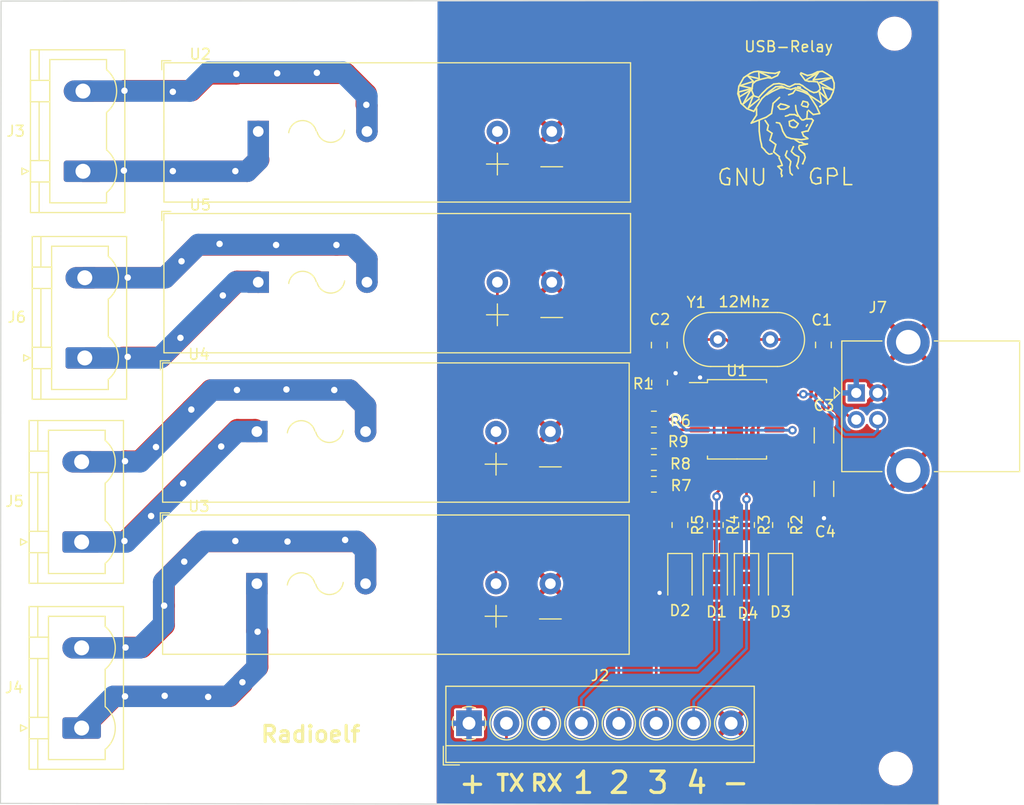
<source format=kicad_pcb>
(kicad_pcb (version 20221018) (generator pcbnew)
  (layers (0 "F.Cu" signal) (31 "B.Cu" signal) (34 "B.Paste" user) (35 "F.Paste" user) (36 "B.SilkS" user "B.Silkscreen") (37 "F.SilkS" user "F.Silkscreen") (38 "B.Mask" user) (39 "F.Mask" user) (44 "Edge.Cuts" user))
  (net 0 "")
  (net 1 "Net-(U1-OSC2)")
  (net 2 "GND")
  (net 3 "Net-(U1-OSC1)")
  (net 4 "Net-(U1-V_USB)")
  (net 5 "+5V")
  (net 6 "Net-(D1-K)")
  (net 7 "Net-(D2-K)")
  (net 8 "Net-(D3-K)")
  (net 9 "Net-(D4-K)")
  (net 10 "Net-(J2-Pin_2)")
  (net 11 "Net-(J2-Pin_3)")
  (net 12 "Net-(J2-Pin_4)")
  (net 13 "Net-(J2-Pin_5)")
  (net 14 "Net-(J2-Pin_6)")
  (net 15 "Net-(J2-Pin_7)")
  (net 16 "Net-(J3-Pin_1)")
  (net 17 "Net-(J3-Pin_2)")
  (net 18 "Net-(J4-Pin_1)")
  (net 19 "Net-(J4-Pin_2)")
  (net 20 "Net-(J5-Pin_1)")
  (net 21 "Net-(J5-Pin_2)")
  (net 22 "Net-(J6-Pin_1)")
  (net 23 "Net-(J6-Pin_2)")
  (net 24 "Net-(U1-RST)")
  (net 25 "Net-(U1-GP5)")
  (net 26 "Net-(U1-GP4)")
  (net 27 "Net-(J7-D-)")
  (net 30 "Net-(U1-GP2)")
  (net 31 "Net-(J7-D+)")
  (net 32 "Net-(R7-Pad2)")
  (net 33 "Net-(R8-Pad1)")
  (net 34 "Net-(R9-Pad1)")
  (net 35 "Net-(R6-Pad1)")
  (net 36 "Net-(U1-GP3)")
  (footprint "Capacitor_SMD:C_1206_3216Metric" (layer "F.Cu") (at 208.28 98.855 -90)
    (fp_text reference "C4" (at 4.015 -0.127 -180) (layer "F.SilkS"))
    (fp_text value "100nF")
    (pad "1" smd roundrect (at -1.475 0 270) (size 1.15 1.8) (layers "F.Cu" "F.Paste" "F.Mask") (roundrect_rratio 0.2173913043) (net 2 "GND"))
    (pad "2" smd roundrect (at 1.475 0 270) (size 1.15 1.8) (layers "F.Cu" "F.Paste" "F.Mask") (roundrect_rratio 0.2173913043) (net 5 "+5V"))
  )
  (footprint "Connector_Phoenix_GMSTB:PhoenixContact_GMSTBVA_2,5_2-G_1x02_P7.50mm_Vertical" (layer "F.Cu") (at 138.8985 121.225 90)
    (fp_text reference "J4" (at 3.7754 -6.3105 180) (layer "F.SilkS"))
    (fp_text value "Conn_01x02")
    (pad "1" thru_hole roundrect (at 0 0 90) (size 2 3.6) (drill 1.4) (layers *.Cu *.Mask) (roundrect_rratio 0.125) (net 18 "Net-(J4-Pin_1)"))
    (pad "2" thru_hole oval (at 7.5 0 90) (size 2 3.6) (drill 1.4) (layers *.Cu *.Mask) (net 19 "Net-(J4-Pin_2)"))
  )
  (footprint "Connector_USB:USB_B_Lumberg_2411_02_Horizontal" (layer "F.Cu") (at 211.2969 89.8852)
    (fp_text reference "J7" (at 2.0123 -7.9956) (layer "F.SilkS"))
    (fp_text value "USB_B")
    (pad "1" thru_hole rect (at 0 0 90) (size 1.6 1.6) (drill 0.95) (layers *.Cu *.Mask) (net 5 "+5V"))
    (pad "2" thru_hole circle (at 0 2.5 90) (size 1.6 1.6) (drill 0.95) (layers *.Cu *.Mask) (net 27 "Net-(J7-D-)"))
    (pad "3" thru_hole circle (at 2 2.5 90) (size 1.6 1.6) (drill 0.95) (layers *.Cu *.Mask) (net 31 "Net-(J7-D+)"))
    (pad "4" thru_hole circle (at 2 0 90) (size 1.6 1.6) (drill 0.95) (layers *.Cu *.Mask) (net 2 "GND"))
    (pad "5" thru_hole circle (at 4.86 -4.75 90) (size 4 4) (drill 2.3) (layers *.Cu *.Mask) (net 2 "GND"))
    (pad "5" thru_hole circle (at 4.86 7.25 90) (size 4 4) (drill 2.3) (layers *.Cu *.Mask) (net 2 "GND"))
  )
  (footprint "Symbol:Symbol_GNU-Logo_SilkscreenTop" (layer "F.Cu") (at 204.978 63.5508)
    (fp_text reference "USB-Relay" (at 0 -6.05028) (layer "F.SilkS"))
    (fp_text value "Symbol_GNU-Logo_SilkscreenTop" hide)
  )
  (footprint "Resistor_SMD:R_0805_2012Metric" (layer "F.Cu") (at 192.3815 92.329)
    (fp_text reference "R6" (at 2.4873 0.1778) (layer "F.SilkS"))
    (fp_text value "33R")
    (pad "1" smd roundrect (at -0.9125 0) (size 1.025 1.4) (layers "F.Cu" "F.Paste" "F.Mask") (roundrect_rratio 0.243902439) (net 35 "Net-(R6-Pad1)"))
    (pad "2" smd roundrect (at 0.9125 0) (size 1.025 1.4) (layers "F.Cu" "F.Paste" "F.Mask") (roundrect_rratio 0.243902439) (net 30 "Net-(U1-GP2)"))
  )
  (footprint "Resistor_SMD:R_0805_2012Metric" (layer "F.Cu") (at 192.913 88.9235 -90)
    (fp_text reference "R1" (at 0.1035 1.524 -180) (layer "F.SilkS"))
    (fp_text value "4k7")
    (pad "1" smd roundrect (at -0.9125 0 270) (size 1.025 1.4) (layers "F.Cu" "F.Paste" "F.Mask") (roundrect_rratio 0.243902439) (net 5 "+5V"))
    (pad "2" smd roundrect (at 0.9125 0 270) (size 1.025 1.4) (layers "F.Cu" "F.Paste" "F.Mask") (roundrect_rratio 0.243902439) (net 24 "Net-(U1-RST)"))
  )
  (footprint "MountingHole:MountingHole_2.7mm" (layer "F.Cu") (at 214.884 56.2864)
    (fp_text reference "REF**" hide)
    (fp_text value "2.7mm" hide)
    (pad "" np_thru_hole circle (at 0 0) (size 2.7 2.7) (drill 2.7) (layers *.Cu *.Mask))
  )
  (footprint "Resistor_SMD:R_0805_2012Metric" (layer "F.Cu") (at 192.3815 96.393)
    (fp_text reference "R8" (at 2.4873 0.127) (layer "F.SilkS"))
    (fp_text value "33R")
    (pad "1" smd roundrect (at -0.9125 0) (size 1.025 1.4) (layers "F.Cu" "F.Paste" "F.Mask") (roundrect_rratio 0.243902439) (net 33 "Net-(R8-Pad1)"))
    (pad "2" smd roundrect (at 0.9125 0) (size 1.025 1.4) (layers "F.Cu" "F.Paste" "F.Mask") (roundrect_rratio 0.243902439) (net 26 "Net-(U1-GP4)"))
  )
  (footprint "Relay_THT:Relay_SSR_D3805HK" (layer "F.Cu") (at 147.7835 74.9565)
    (fp_text reference "U5" (at 2.2 -2.65) (layer "F.SilkS"))
    (fp_text value "D3805HK 5A")
    (pad "1" thru_hole rect (at 7.62 4.572) (size 2 2) (drill 1) (layers *.Cu *.Mask) (net 22 "Net-(J6-Pin_1)"))
    (pad "2" thru_hole circle (at 17.78 4.572) (size 2 2) (drill 1) (layers *.Cu *.Mask) (net 23 "Net-(J6-Pin_2)"))
    (pad "3" thru_hole circle (at 29.972 4.572) (size 2 2) (drill 1) (layers *.Cu *.Mask) (net 34 "Net-(R9-Pad1)"))
    (pad "4" thru_hole circle (at 35.052 4.572) (size 2 2) (drill 1) (layers *.Cu *.Mask) (net 2 "GND"))
  )
  (footprint "Capacitor_SMD:C_0805_2012Metric" (layer "F.Cu") (at 192.8876 85.41 -90)
    (fp_text reference "C2" (at -2.4028 -0.0508 -180) (layer "F.SilkS"))
    (fp_text value "18pF")
    (pad "1" smd roundrect (at -0.95 0 270) (size 1 1.45) (layers "F.Cu" "F.Paste" "F.Mask") (net 3 "Net-(U1-OSC1)"))
    (pad "2" smd roundrect (at 0.95 0 270) (size 1 1.45) (layers "F.Cu" "F.Paste" "F.Mask") (net 2 "GND"))
  )
  (footprint "Capacitor_SMD:C_0805_2012Metric" (layer "F.Cu") (at 208.2292 85.3948 -90)
    (fp_text reference "C1" (at -2.3368 0.1524 -180) (layer "F.SilkS"))
    (fp_text value "18pF")
    (pad "1" smd roundrect (at -0.95 0 270) (size 1 1.45) (layers "F.Cu" "F.Paste" "F.Mask") (net 1 "Net-(U1-OSC2)"))
    (pad "2" smd roundrect (at 0.95 0 270) (size 1 1.45) (layers "F.Cu" "F.Paste" "F.Mask") (net 2 "GND"))
  )
  (footprint "LED_SMD:LED_1206_3216Metric" (layer "F.Cu") (at 201.041 107.185 -90)
    (fp_text reference "D4" (at 3.305 -0.127 -180) (layer "F.SilkS"))
    (fp_text value "LED")
    (pad "1" smd roundrect (at -1.4 0 270) (size 1.25 1.75) (layers "F.Cu" "F.Paste" "F.Mask") (roundrect_rratio 0.2) (net 9 "Net-(D4-K)"))
    (pad "2" smd roundrect (at 1.4 0 270) (size 1.25 1.75) (layers "F.Cu" "F.Paste" "F.Mask") (roundrect_rratio 0.2) (net 5 "+5V"))
  )
  (footprint "LED_SMD:LED_1206_3216Metric" (layer "F.Cu") (at 194.818 107.188 -90)
    (fp_text reference "D2" (at 3.048 0 -180) (layer "F.SilkS"))
    (fp_text value "LED")
    (pad "1" smd roundrect (at -1.4 0 270) (size 1.25 1.75) (layers "F.Cu" "F.Paste" "F.Mask") (roundrect_rratio 0.2) (net 7 "Net-(D2-K)"))
    (pad "2" smd roundrect (at 1.4 0 270) (size 1.25 1.75) (layers "F.Cu" "F.Paste" "F.Mask") (roundrect_rratio 0.2) (net 5 "+5V"))
  )
  (footprint "LED_SMD:LED_1206_3216Metric" (layer "F.Cu") (at 204.216 107.185 -90)
    (fp_text reference "D3" (at 3.178 0 -180) (layer "F.SilkS"))
    (fp_text value "LED")
    (pad "1" smd roundrect (at -1.4 0 270) (size 1.25 1.75) (layers "F.Cu" "F.Paste" "F.Mask") (roundrect_rratio 0.2) (net 8 "Net-(D3-K)"))
    (pad "2" smd roundrect (at 1.4 0 270) (size 1.25 1.75) (layers "F.Cu" "F.Paste" "F.Mask") (roundrect_rratio 0.2) (net 5 "+5V"))
  )
  (footprint "Resistor_SMD:R_0805_2012Metric" (layer "F.Cu") (at 198.12 102.235 -90)
    (fp_text reference "R4" (at 0 -1.65 90) (layer "F.SilkS"))
    (fp_text value "470R")
    (pad "1" smd roundrect (at -0.9125 0 270) (size 1.025 1.4) (layers "F.Cu" "F.Paste" "F.Mask") (roundrect_rratio 0.243902439) (net 12 "Net-(J2-Pin_4)"))
    (pad "2" smd roundrect (at 0.9125 0 270) (size 1.025 1.4) (layers "F.Cu" "F.Paste" "F.Mask") (roundrect_rratio 0.243902439) (net 6 "Net-(D1-K)"))
  )
  (footprint "Resistor_SMD:R_0805_2012Metric" (layer "F.Cu") (at 204.216 102.235 90)
    (fp_text reference "R2" (at 0 1.524 90) (layer "F.SilkS"))
    (fp_text value "470R")
    (pad "1" smd roundrect (at -0.9125 0 90) (size 1.025 1.4) (layers "F.Cu" "F.Paste" "F.Mask") (roundrect_rratio 0.243902439) (net 8 "Net-(D3-K)"))
    (pad "2" smd roundrect (at 0.9125 0 90) (size 1.025 1.4) (layers "F.Cu" "F.Paste" "F.Mask") (roundrect_rratio 0.243902439) (net 14 "Net-(J2-Pin_6)"))
  )
  (footprint "Relay_THT:Relay_SSR_D3805HK" (layer "F.Cu") (at 147.6565 88.9265)
    (fp_text reference "U4" (at 2.2 -2.65) (layer "F.SilkS"))
    (fp_text value "D3805HK 5A")
    (pad "1" thru_hole rect (at 7.62 4.572) (size 2 2) (drill 1) (layers *.Cu *.Mask) (net 20 "Net-(J5-Pin_1)"))
    (pad "2" thru_hole circle (at 17.78 4.572) (size 2 2) (drill 1) (layers *.Cu *.Mask) (net 21 "Net-(J5-Pin_2)"))
    (pad "3" thru_hole circle (at 29.972 4.572) (size 2 2) (drill 1) (layers *.Cu *.Mask) (net 33 "Net-(R8-Pad1)"))
    (pad "4" thru_hole circle (at 35.052 4.572) (size 2 2) (drill 1) (layers *.Cu *.Mask) (net 2 "GND"))
  )
  (footprint "Relay_THT:Relay_SSR_D3805HK" (layer "F.Cu") (at 147.7835 60.8595)
    (fp_text reference "U2" (at 2.2 -2.65) (layer "F.SilkS"))
    (fp_text value "D3805HK 5A")
    (pad "1" thru_hole rect (at 7.62 4.572) (size 2 2) (drill 1) (layers *.Cu *.Mask) (net 16 "Net-(J3-Pin_1)"))
    (pad "2" thru_hole circle (at 17.78 4.572) (size 2 2) (drill 1) (layers *.Cu *.Mask) (net 17 "Net-(J3-Pin_2)"))
    (pad "3" thru_hole circle (at 29.972 4.572) (size 2 2) (drill 1) (layers *.Cu *.Mask) (net 35 "Net-(R6-Pad1)"))
    (pad "4" thru_hole circle (at 35.052 4.572) (size 2 2) (drill 1) (layers *.Cu *.Mask) (net 2 "GND"))
  )
  (footprint "Connector_Phoenix_GMSTB:PhoenixContact_GMSTBVA_2,5_2-G_1x02_P7.50mm_Vertical" (layer "F.Cu") (at 138.8985 103.826 90)
    (fp_text reference "J5" (at 3.8008 -6.2597 180) (layer "F.SilkS"))
    (fp_text value "Conn_01x02")
    (pad "1" thru_hole roundrect (at 0 0 90) (size 2 3.6) (drill 1.4) (layers *.Cu *.Mask) (roundrect_rratio 0.125) (net 20 "Net-(J5-Pin_1)"))
    (pad "2" thru_hole oval (at 7.5 0 90) (size 2 3.6) (drill 1.4) (layers *.Cu *.Mask) (net 21 "Net-(J5-Pin_2)"))
  )
  (footprint "Connector_Phoenix_GMSTB:PhoenixContact_GMSTBVA_2,5_2-G_1x02_P7.50mm_Vertical" (layer "F.Cu") (at 139.192 86.614 90)
    (fp_text reference "J6" (at 3.81 -6.35 180) (layer "F.SilkS"))
    (fp_text value "Conn_01x02")
    (pad "1" thru_hole roundrect (at 0 0 90) (size 2 3.6) (drill 1.4) (layers *.Cu *.Mask) (roundrect_rratio 0.125) (net 22 "Net-(J6-Pin_1)"))
    (pad "2" thru_hole oval (at 7.5 0 90) (size 2 3.6) (drill 1.4) (layers *.Cu *.Mask) (net 23 "Net-(J6-Pin_2)"))
  )
  (footprint "Relay_THT:Relay_SSR_D3805HK" (layer "F.Cu") (at 147.6565 103.1505)
    (fp_text reference "U3" (at 2.2 -2.65) (layer "F.SilkS"))
    (fp_text value "D3805HK 5A")
    (pad "1" thru_hole rect (at 7.62 4.572) (size 2 2) (drill 1) (layers *.Cu *.Mask) (net 18 "Net-(J4-Pin_1)"))
    (pad "2" thru_hole circle (at 17.78 4.572) (size 2 2) (drill 1) (layers *.Cu *.Mask) (net 19 "Net-(J4-Pin_2)"))
    (pad "3" thru_hole circle (at 29.972 4.572) (size 2 2) (drill 1) (layers *.Cu *.Mask) (net 32 "Net-(R7-Pad2)"))
    (pad "4" thru_hole circle (at 35.052 4.572) (size 2 2) (drill 1) (layers *.Cu *.Mask) (net 2 "GND"))
  )
  (footprint "MountingHole:MountingHole_2.7mm" (layer "F.Cu") (at 146.2024 124.9172)
    (fp_text reference "REF**" hide)
    (fp_text value "2.7mm" hide)
    (pad "" np_thru_hole circle (at 0 0) (size 2.7 2.7) (drill 2.7) (layers F&B.Cu *.Mask))
  )
  (footprint "MountingHole:MountingHole_2.7mm" (layer "F.Cu") (at 214.9856 125.0188)
    (fp_text reference "REF**" hide)
    (fp_text value "2.7mm" hide)
    (pad "" np_thru_hole circle (at 0 0) (size 2.7 2.7) (drill 2.7) (layers *.Cu *.Mask))
  )
  (footprint "MountingHole:MountingHole_2.7mm" (layer "F.Cu") (at 146.1008 56.1848)
    (fp_text reference "REF**" hide)
    (fp_text value "2.7mm" hide)
    (pad "" np_thru_hole circle (at 0 0) (size 2.7 2.7) (drill 2.7) (layers F&B.Cu *.Mask))
  )
  (footprint "Capacitor_SMD:C_1206_3216Metric" (layer "F.Cu") (at 208.28 93.853 90)
    (fp_text reference "C3" (at 2.794 0 180) (layer "F.SilkS"))
    (fp_text value "470nF")
    (pad "1" smd roundrect (at -1.475 0 90) (size 1.15 1.8) (layers "F.Cu" "F.Paste" "F.Mask") (roundrect_rratio 0.2173913043) (net 2 "GND"))
    (pad "2" smd roundrect (at 1.475 0 90) (size 1.15 1.8) (layers "F.Cu" "F.Paste" "F.Mask") (roundrect_rratio 0.2173913043) (net 4 "Net-(U1-V_USB)"))
  )
  (footprint "Package_SO:SSOP-20_5.3x7.2mm_P0.65mm" (layer "F.Cu") (at 200.152 92.3544)
    (fp_text reference "U1" (at 0 -4.55) (layer "F.SilkS"))
    (fp_text value "MCP2200-I-SO")
    (pad "1" smd roundrect (at -3.5 -2.925) (size 1.9 0.5) (layers "F.Cu" "F.Paste" "F.Mask") (net 5 "+5V"))
    (pad "2" smd roundrect (at -3.5 -2.275) (size 1.9 0.5) (layers "F.Cu" "F.Paste" "F.Mask") (net 3 "Net-(U1-OSC1)"))
    (pad "3" smd roundrect (at -3.5 -1.625) (size 1.9 0.5) (layers "F.Cu" "F.Paste" "F.Mask") (net 1 "Net-(U1-OSC2)"))
    (pad "4" smd roundrect (at -3.5 -0.975) (size 1.9 0.5) (layers "F.Cu" "F.Paste" "F.Mask") (net 24 "Net-(U1-RST)"))
    (pad "5" smd roundrect (at -3.5 -0.325) (size 1.9 0.5) (layers "F.Cu" "F.Paste" "F.Mask") (net 12 "Net-(J2-Pin_4)"))
    (pad "6" smd roundrect (at -3.5 0.325) (size 1.9 0.5) (layers "F.Cu" "F.Paste" "F.Mask") (net 13 "Net-(J2-Pin_5)"))
    (pad "7" smd roundrect (at -3.5 0.975) (size 1.9 0.5) (layers "F.Cu" "F.Paste" "F.Mask") (net 25 "Net-(U1-GP5)"))
    (pad "8" smd roundrect (at -3.5 1.625) (size 1.9 0.5) (layers "F.Cu" "F.Paste" "F.Mask") (net 26 "Net-(U1-GP4)"))
    (pad "9" smd roundrect (at -3.5 2.275) (size 1.9 0.5) (layers "F.Cu" "F.Paste" "F.Mask") (net 36 "Net-(U1-GP3)"))
    (pad "10" smd roundrect (at -3.5 2.925) (size 1.9 0.5) (layers "F.Cu" "F.Paste" "F.Mask") (net 11 "Net-(J2-Pin_3)"))
    (pad "11" smd roundrect (at 3.5 2.925) (size 1.9 0.5) (layers "F.Cu" "F.Paste" "F.Mask"))
    (pad "12" smd roundrect (at 3.5 2.275) (size 1.9 0.5) (layers "F.Cu" "F.Paste" "F.Mask") (net 10 "Net-(J2-Pin_2)"))
    (pad "13" smd roundrect (at 3.5 1.625) (size 1.9 0.5) (layers "F.Cu" "F.Paste" "F.Mask"))
    (pad "14" smd roundrect (at 3.5 0.975) (size 1.9 0.5) (layers "F.Cu" "F.Paste" "F.Mask") (net 30 "Net-(U1-GP2)"))
    (pad "15" smd roundrect (at 3.5 0.325) (size 1.9 0.5) (layers "F.Cu" "F.Paste" "F.Mask") (net 14 "Net-(J2-Pin_6)"))
    (pad "16" smd roundrect (at 3.5 -0.325) (size 1.9 0.5) (layers "F.Cu" "F.Paste" "F.Mask") (net 15 "Net-(J2-Pin_7)"))
    (pad "17" smd roundrect (at 3.5 -0.975) (size 1.9 0.5) (layers "F.Cu" "F.Paste" "F.Mask") (net 4 "Net-(U1-V_USB)"))
    (pad "18" smd roundrect (at 3.5 -1.625) (size 1.9 0.5) (layers "F.Cu" "F.Paste" "F.Mask") (net 27 "Net-(J7-D-)"))
    (pad "19" smd roundrect (at 3.5 -2.275) (size 1.9 0.5) (layers "F.Cu" "F.Paste" "F.Mask") (net 31 "Net-(J7-D+)"))
    (pad "20" smd roundrect (at 3.5 -2.925) (size 1.9 0.5) (layers "F.Cu" "F.Paste" "F.Mask") (net 2 "GND"))
  )
  (footprint "TerminalBlock_4Ucon:TerminalBlock_4Ucon_1x08_P3.50mm_Horizontal" (layer "F.Cu") (at 175.103 120.777)
    (fp_text reference "J2" (at 12.25 -4.46) (layer "F.SilkS"))
    (fp_text value "Conn_01x08_Male")
    (pad "1" thru_hole rect (at 0 0) (size 2.4 2.4) (drill 1.2) (layers *.Cu *.Mask) (net 5 "+5V"))
    (pad "2" thru_hole circle (at 3.5 0) (size 2.4 2.4) (drill 1.2) (layers *.Cu *.Mask) (net 10 "Net-(J2-Pin_2)"))
    (pad "3" thru_hole circle (at 7 0) (size 2.4 2.4) (drill 1.2) (layers *.Cu *.Mask) (net 11 "Net-(J2-Pin_3)"))
    (pad "4" thru_hole circle (at 10.5 0) (size 2.4 2.4) (drill 1.2) (layers *.Cu *.Mask) (net 12 "Net-(J2-Pin_4)"))
    (pad "5" thru_hole circle (at 14 0) (size 2.4 2.4) (drill 1.2) (layers *.Cu *.Mask) (net 13 "Net-(J2-Pin_5)"))
    (pad "6" thru_hole circle (at 17.5 0) (size 2.4 2.4) (drill 1.2) (layers *.Cu *.Mask) (net 14 "Net-(J2-Pin_6)"))
    (pad "7" thru_hole circle (at 21 0) (size 2.4 2.4) (drill 1.2) (layers *.Cu *.Mask) (net 15 "Net-(J2-Pin_7)"))
    (pad "8" thru_hole circle (at 24.5 0) (size 2.4 2.4) (drill 1.2) (layers *.Cu *.Mask) (net 2 "GND"))
  )
  (footprint "Resistor_SMD:R_0805_2012Metric" (layer "F.Cu") (at 192.3815 94.361)
    (fp_text reference "R9" (at 2.2841 0.0762) (layer "F.SilkS"))
    (fp_text value "33R")
    (pad "1" smd roundrect (at -0.9125 0) (size 1.025 1.4) (layers "F.Cu" "F.Paste" "F.Mask") (roundrect_rratio 0.243902439) (net 34 "Net-(R9-Pad1)"))
    (pad "2" smd roundrect (at 0.9125 0) (size 1.025 1.4) (layers "F.Cu" "F.Paste" "F.Mask") (roundrect_rratio 0.243902439) (net 25 "Net-(U1-GP5)"))
  )
  (footprint "Resistor_SMD:R_0805_2012Metric" (layer "F.Cu") (at 192.3815 98.425 180)
    (fp_text reference "R7" (at -2.5381 -0.127) (layer "F.SilkS"))
    (fp_text value "33R")
    (pad "1" smd roundrect (at -0.9125 0 180) (size 1.025 1.4) (layers "F.Cu" "F.Paste" "F.Mask") (roundrect_rratio 0.243902439) (net 36 "Net-(U1-GP3)"))
    (pad "2" smd roundrect (at 0.9125 0 180) (size 1.025 1.4) (layers "F.Cu" "F.Paste" "F.Mask") (roundrect_rratio 0.243902439) (net 32 "Net-(R7-Pad2)"))
  )
  (footprint "Resistor_SMD:R_0805_2012Metric" (layer "F.Cu") (at 201.041 102.235 -90)
    (fp_text reference "R3" (at 0 -1.65 90) (layer "F.SilkS"))
    (fp_text value "470R")
    (pad "1" smd roundrect (at -0.9125 0 270) (size 1.025 1.4) (layers "F.Cu" "F.Paste" "F.Mask") (roundrect_rratio 0.243902439) (net 15 "Net-(J2-Pin_7)"))
    (pad "2" smd roundrect (at 0.9125 0 270) (size 1.025 1.4) (layers "F.Cu" "F.Paste" "F.Mask") (roundrect_rratio 0.243902439) (net 9 "Net-(D4-K)"))
  )
  (footprint "LED_SMD:LED_1206_3216Metric" (layer "F.Cu") (at 198.12 107.188 -90)
    (fp_text reference "D1" (at 3.175 -0.127 -180) (layer "F.SilkS"))
    (fp_text value "LED")
    (pad "1" smd roundrect (at -1.4 0 270) (size 1.25 1.75) (layers "F.Cu" "F.Paste" "F.Mask") (roundrect_rratio 0.2) (net 6 "Net-(D1-K)"))
    (pad "2" smd roundrect (at 1.4 0 270) (size 1.25 1.75) (layers "F.Cu" "F.Paste" "F.Mask") (roundrect_rratio 0.2) (net 5 "+5V"))
  )
  (footprint "Resistor_SMD:R_0805_2012Metric" (layer "F.Cu") (at 194.818 102.235 -90)
    (fp_text reference "R5" (at 0 -1.65 90) (layer "F.SilkS"))
    (fp_text value "470R")
    (pad "1" smd roundrect (at -0.9125 0 270) (size 1.025 1.4) (layers "F.Cu" "F.Paste" "F.Mask") (roundrect_rratio 0.243902439) (net 13 "Net-(J2-Pin_5)"))
    (pad "2" smd roundrect (at 0.9125 0 270) (size 1.025 1.4) (layers "F.Cu" "F.Paste" "F.Mask") (roundrect_rratio 0.243902439) (net 7 "Net-(D2-K)"))
  )
  (footprint "Crystal:Crystal_HC18-U_Vertical" (layer "F.Cu") (at 203.2624 84.8868 180)
    (fp_text reference "Y1" (at 6.9204 3.478) (layer "F.SilkS"))
    (fp_text value "12Mhz" (at 2.45 3.525) (layer "F.SilkS"))
    (pad "1" thru_hole circle (at 0 0 180) (size 1.5 1.5) (drill 0.8) (layers *.Cu *.Mask) (net 1 "Net-(U1-OSC2)"))
    (pad "2" thru_hole circle (at 4.9 0 180) (size 1.5 1.5) (drill 0.8) (layers *.Cu *.Mask) (net 3 "Net-(U1-OSC1)"))
  )
  (footprint "Connector_Phoenix_GMSTB:PhoenixContact_GMSTBVA_2,5_2-G_1x02_P7.50mm_Vertical" (layer "F.Cu") (at 139.0255 69.155 90)
    (fp_text reference "J3" (at 3.75 -6.2851 180) (layer "F.SilkS"))
    (fp_text value "Conn_01x02")
    (pad "1" thru_hole roundrect (at 0 0 90) (size 2 3.6) (drill 1.4) (layers *.Cu *.Mask) (roundrect_rratio 0.125) (net 16 "Net-(J3-Pin_1)"))
    (pad "2" thru_hole oval (at 7.5 0 90) (size 2 3.6) (drill 1.4) (layers *.Cu *.Mask) (net 17 "Net-(J3-Pin_2)"))
  )
  (gr_line (start 131.3688 53.2384) (end 131.318 128.27) (stroke (width 0.1)) (layer "Edge.Cuts"))
  (gr_line (start 218.9988 53.1876) (end 131.3688 53.2384) (stroke (width 0.1)) (layer "Edge.Cuts"))
  (gr_line (start 131.318 128.27) (end 218.9988 128.397) (stroke (width 0.1)) (layer "Edge.Cuts"))
  (gr_line (start 218.9988 128.397) (end 218.9988 53.1876) (stroke (width 0.1)) (layer "Edge.Cuts"))
  (gr_text "TX" (at 177.4952 127.254) (layer "F.SilkS") (effects (font (size 1.5 1.5) (thickness 0.3) bold) (justify left bottom)))
  (gr_text "3" (at 191.6176 127.508) (layer "F.SilkS") (effects (font (size 2 2) (thickness 0.3)) (justify left bottom)))
  (gr_text "Radioelf" (at 155.4988 122.682) (layer "F.SilkS") (effects (font (size 1.5 1.5) (thickness 0.3) bold) (justify left bottom)))
  (gr_text "-" (at 198.5772 127.4572) (layer "F.SilkS") (effects (font (size 2 2) (thickness 0.3) bold) (justify left bottom)))
  (gr_text "RX" (at 180.6956 127.254) (layer "F.SilkS") (effects (font (size 1.5 1.5) (thickness 0.3) bold) (justify left bottom)))
  (gr_text "4" (at 195.2244 127.508) (layer "F.SilkS") (effects (font (size 2 2) (thickness 0.3)) (justify left bottom)))
  (gr_text "2" (at 188.0108 127.508) (layer "F.SilkS") (effects (font (size 2 2) (thickness 0.3)) (justify left bottom)))
  (gr_text "1" (at 184.658 127.508) (layer "F.SilkS") (effects (font (size 2 2) (thickness 0.3)) (justify left bottom)))
  (gr_text "+" (at 173.99 127.508) (layer "F.SilkS") (effects (font (size 2 2) (thickness 0.3) bold) (justify left bottom)))
  (segment (start 200.5578 90.7294) (end 196.652 90.7294) (width 0.25) (layer "F.Cu") (net 1))
  (segment (start 201.8792 84.8868) (end 201.3204 85.4456) (width 0.25) (layer "F.Cu") (net 1))
  (segment (start 203.2624 84.8868) (end 201.8792 84.8868) (width 0.25) (layer "F.Cu") (net 1))
  (segment (start 201.3204 89.9668) (end 200.5578 90.7294) (width 0.25) (layer "F.Cu") (net 1))
  (segment (start 201.3204 85.4456) (end 201.3204 89.9668) (width 0.25) (layer "F.Cu") (net 1))
  (segment (start 208.2292 84.4448) (end 207.7872 84.8868) (width 0.25) (layer "F.Cu") (net 1))
  (segment (start 207.7872 84.8868) (end 203.2624 84.8868) (width 0.25) (layer "F.Cu") (net 1))
  (segment (start 199.7456 89.5604) (end 199.2266 90.0794) (width 0.25) (layer "F.Cu") (net 3))
  (segment (start 199.136 84.8868) (end 199.7456 85.4964) (width 0.25) (layer "F.Cu") (net 3))
  (segment (start 198.6678 90.0794) (end 196.652 90.0794) (width 0.25) (layer "F.Cu") (net 3))
  (segment (start 193.3144 84.8868) (end 198.3624 84.8868) (width 0.25) (layer "F.Cu") (net 3))
  (segment (start 199.2266 90.0794) (end 196.652 90.0794) (width 0.25) (layer "F.Cu") (net 3))
  (segment (start 199.7456 85.4964) (end 199.7456 89.5604) (width 0.25) (layer "F.Cu") (net 3))
  (segment (start 198.3624 84.8868) (end 199.136 84.8868) (width 0.25) (layer "F.Cu") (net 3))
  (segment (start 192.8876 84.46) (end 193.3144 84.8868) (width 0.25) (layer "F.Cu") (net 3))
  (segment (start 208.28 92.378) (end 207.6432 92.378) (width 0.25) (layer "F.Cu") (net 4))
  (segment (start 207.6432 92.378) (end 206.6446 91.3794) (width 0.25) (layer "F.Cu") (net 4))
  (segment (start 206.6446 91.3794) (end 203.652 91.3794) (width 0.25) (layer "F.Cu") (net 4))
  (segment (start 194.4116 88.0364) (end 192.9384 88.0364) (width 0.25) (layer "F.Cu") (net 5))
  (segment (start 196.6976 88.4428) (end 196.6976 89.3838) (width 0.25) (layer "F.Cu") (net 5))
  (segment (start 192.9384 88.0364) (end 192.913 88.011) (width 0.25) (layer "F.Cu") (net 5))
  (segment (start 192.916 108.588) (end 192.913 108.585) (width 0.25) (layer "F.Cu") (net 5))
  (segment (start 194.818 108.588) (end 192.916 108.588) (width 0.25) (layer "F.Cu") (net 5))
  (segment (start 204.216 108.585) (end 194.821 108.585) (width 0.25) (layer "F.Cu") (net 5))
  (segment (start 194.821 108.585) (end 194.818 108.588) (width 0.25) (layer "F.Cu") (net 5))
  (segment (start 208.28 100.33) (end 208.28 101.6) (width 0.25) (layer "F.Cu") (net 5))
  (segment (start 196.6976 89.3838) (end 196.652 89.4294) (width 0.25) (layer "F.Cu") (net 5))
  (via (at 196.6976 88.4428) (size 0.8) (drill 0.4) (layers "F.Cu" "B.Cu") (net 5))
  (via (at 194.4116 88.0364) (size 0.8) (drill 0.4) (layers "F.Cu" "B.Cu") (net 5))
  (via (at 208.28 101.6) (size 0.8) (drill 0.4) (layers "F.Cu" "B.Cu") (net 5))
  (via (at 192.913 108.585) (size 0.8) (drill 0.4) (layers "F.Cu" "B.Cu") (net 5))
  (segment (start 198.12 103.1475) (end 198.12 105.788) (width 0.25) (layer "F.Cu") (net 6))
  (segment (start 194.818 103.1475) (end 194.818 105.788) (width 0.25) (layer "F.Cu") (net 7))
  (segment (start 204.216 103.1475) (end 204.216 105.785) (width 0.25) (layer "F.Cu") (net 8))
  (segment (start 201.041 103.1475) (end 201.041 105.785) (width 0.25) (layer "F.Cu") (net 9))
  (segment (start 207.055 122.256) (end 207.055 101.264) (width 0.25) (layer "F.Cu") (net 10))
  (segment (start 205.7798 94.6294) (end 206.629 95.4786) (width 0.25) (layer "F.Cu") (net 10))
  (segment (start 178.603 120.777) (end 178.603 122.469) (width 0.25) (layer "F.Cu") (net 10))
  (segment (start 203.652 94.6294) (end 205.7798 94.6294) (width 0.25) (layer "F.Cu") (net 10))
  (segment (start 205.994 123.317) (end 207.055 122.256) (width 0.25) (layer "F.Cu") (net 10))
  (segment (start 179.451 123.317) (end 205.994 123.317) (width 0.25) (layer "F.Cu") (net 10))
  (segment (start 207.055 101.264) (end 206.629 100.838) (width 0.25) (layer "F.Cu") (net 10))
  (segment (start 206.629 100.838) (end 206.629 97.282) (width 0.25) (layer "F.Cu") (net 10))
  (segment (start 178.603 122.469) (end 179.451 123.317) (width 0.25) (layer "F.Cu") (net 10))
  (segment (start 206.629 95.4786) (end 206.629 97.282) (width 0.25) (layer "F.Cu") (net 10))
  (segment (start 187.96 100.457) (end 185.801 102.616) (width 0.25) (layer "F.Cu") (net 11))
  (segment (start 182.103 117.998) (end 182.103 120.777) (width 0.25) (layer "F.Cu") (net 11))
  (segment (start 185.801 102.616) (end 185.801 114.3) (width 0.25) (layer "F.Cu") (net 11))
  (segment (start 193.392 100.457) (end 187.96 100.457) (width 0.25) (layer "F.Cu") (net 11))
  (segment (start 185.801 114.3) (end 182.103 117.998) (width 0.25) (layer "F.Cu") (net 11))
  (segment (start 196.652 95.2794) (end 196.652 97.197) (width 0.25) (layer "F.Cu") (net 11))
  (segment (start 196.652 97.197) (end 193.392 100.457) (width 0.25) (layer "F.Cu") (net 11))
  (segment (start 198.247 101.1955) (end 198.12 101.3225) (width 0.25) (layer "F.Cu") (net 12))
  (segment (start 198.247 99.2378) (end 198.882 98.6028) (width 0.25) (layer "F.Cu") (net 12))
  (segment (start 198.5062 92.0294) (end 196.652 92.0294) (width 0.25) (layer "F.Cu") (net 12))
  (segment (start 198.882 92.4052) (end 198.5062 92.0294) (width 0.25) (layer "F.Cu") (net 12))
  (segment (start 198.247 99.568) (end 198.247 101.1955) (width 0.25) (layer "F.Cu") (net 12))
  (segment (start 198.882 98.6028) (end 198.882 92.4052) (width 0.25) (layer "F.Cu") (net 12))
  (segment (start 198.247 99.568) (end 198.247 99.2378) (width 0.25) (layer "F.Cu") (net 12))
  (via (at 198.247 99.568) (size 0.8) (drill 0.4) (layers "F.Cu" "B.Cu") (net 12))
  (segment (start 185.603 118.435) (end 188.214 115.824) (width 0.25) (layer "B.Cu") (net 12))
  (segment (start 188.214 115.824) (end 196.469 115.824) (width 0.25) (layer "B.Cu") (net 12))
  (segment (start 185.603 120.777) (end 185.603 118.435) (width 0.25) (layer "B.Cu") (net 12))
  (segment (start 196.469 115.824) (end 198.247 114.046) (width 0.25) (layer "B.Cu") (net 12))
  (segment (start 198.374 99.441) (end 198.247 99.568) (width 0.25) (layer "B.Cu") (net 12))
  (segment (start 198.247 114.046) (end 198.247 99.822) (width 0.25) (layer "B.Cu") (net 12))
  (segment (start 194.818 101.3225) (end 191.1585 101.3225) (width 0.25) (layer "F.Cu") (net 13))
  (segment (start 197.7338 92.6794) (end 198.0184 92.964) (width 0.25) (layer "F.Cu") (net 13))
  (segment (start 198.0184 98.0186) (end 194.818 101.219) (width 0.25) (layer "F.Cu") (net 13))
  (segment (start 194.818 101.219) (end 194.818 101.3225) (width 0.25) (layer "F.Cu") (net 13))
  (segment (start 196.652 92.6794) (end 197.7338 92.6794) (width 0.25) (layer "F.Cu") (net 13))
  (segment (start 189.103 103.378) (end 189.103 120.777) (width 0.25) (layer "F.Cu") (net 13))
  (segment (start 191.1585 101.3225) (end 189.103 103.378) (width 0.25) (layer "F.Cu") (net 13))
  (segment (start 198.0184 92.964) (end 198.0184 98.0186) (width 0.25) (layer "F.Cu") (net 13))
  (segment (start 194.7145 101.219) (end 194.818 101.3225) (width 0.25) (layer "F.Cu") (net 13))
  (segment (start 204.216 100.203) (end 204.216 101.3225) (width 0.25) (layer "F.Cu") (net 14))
  (segment (start 204.3195 101.219) (end 205.486 101.219) (width 0.25) (layer "F.Cu") (net 14))
  (segment (start 204.978 110.871) (end 194.056 110.871) (width 0.25) (layer "F.Cu") (net 14))
  (segment (start 205.867 109.982) (end 204.978 110.871) (width 0.25) (layer "F.Cu") (net 14))
  (segment (start 205.867 101.6) (end 205.867 109.982) (width 0.25) (layer "F.Cu") (net 14))
  (segment (start 202.1332 98.1202) (end 204.216 100.203) (width 0.25) (layer "F.Cu") (net 14))
  (segment (start 202.1332 93.1164) (end 202.1332 98.1202) (width 0.25) (layer "F.Cu") (net 14))
  (segment (start 204.216 101.3225) (end 204.3195 101.219) (width 0.25) (layer "F.Cu") (net 14))
  (segment (start 203.652 92.6794) (end 202.5702 92.6794) (width 0.25) (layer "F.Cu") (net 14))
  (segment (start 202.5702 92.6794) (end 202.1332 93.1164) (width 0.25) (layer "F.Cu") (net 14))
  (segment (start 194.056 110.871) (end 192.603 112.324) (width 0.25) (layer "F.Cu") (net 14))
  (segment (start 192.603 112.324) (end 192.603 120.777) (width 0.25) (layer "F.Cu") (net 14))
  (segment (start 205.486 101.219) (end 205.867 101.6) (width 0.25) (layer "F.Cu") (net 14))
  (segment (start 203.652 92.0294) (end 202.1026 92.0294) (width 0.25) (layer "F.Cu") (net 15))
  (segment (start 201.041 99.822) (end 201.041 101.3225) (width 0.25) (layer "F.Cu") (net 15))
  (segment (start 201.7522 92.3798) (end 201.041 93.091) (width 0.25) (layer "F.Cu") (net 15))
  (segment (start 202.1026 92.0294) (end 201.7522 92.3798) (width 0.25) (layer "F.Cu") (net 15))
  (segment (start 201.041 93.091) (end 201.041 99.822) (width 0.25) (layer "F.Cu") (net 15))
  (via (at 201.041 99.822) (size 0.8) (drill 0.4) (layers "F.Cu" "B.Cu") (net 15))
  (segment (start 201.041 111.252) (end 201.041 113.284) (width 0.25) (layer "B.Cu") (net 15))
  (segment (start 196.103 120.777) (end 196.103 118.73) (width 0.25) (layer "B.Cu") (net 15))
  (segment (start 201.041 111.252) (end 201.041 99.822) (width 0.25) (layer "B.Cu") (net 15))
  (segment (start 201.041 113.792) (end 201.041 113.284) (width 0.25) (layer "B.Cu") (net 15))
  (segment (start 196.103 118.73) (end 201.041 113.792) (width 0.25) (layer "B.Cu") (net 15))
  (segment (start 139.0255 69.155) (end 154.365 69.155) (width 2) (layer "F.Cu") (net 16))
  (segment (start 154.365 69.155) (end 155.448 68.072) (width 2) (layer "F.Cu") (net 16))
  (segment (start 155.4035 68.0275) (end 155.4035 65.4315) (width 2) (layer "F.Cu") (net 16))
  (via (at 147.4216 69.1388) (size 1.6) (drill 0.6) (layers "F.Cu" "B.Cu") (net 16))
  (via (at 153.2636 69.1388) (size 1.6) (drill 0.6) (layers "F.Cu" "B.Cu") (net 16))
  (via (at 142.8496 69.088) (size 1.6) (drill 0.6) (layers "F.Cu" "B.Cu") (net 16))
  (segment (start 155.4035 68.1165) (end 154.365 69.155) (width 2) (layer "B.Cu") (net 16))
  (segment (start 155.4035 65.4315) (end 155.4035 68.1165) (width 2) (layer "B.Cu") (net 16))
  (segment (start 154.365 69.155) (end 139.0255 69.155) (width 2) (layer "B.Cu") (net 16))
  (segment (start 142.8658 61.655) (end 142.9004 61.6204) (width 2) (layer "F.Cu") (net 17))
  (segment (start 165.5064 61.9252) (end 163.576 59.9948) (width 2) (layer "F.Cu") (net 17))
  (segment (start 163.576 59.9948) (end 153.416 59.9948) (width 2) (layer "F.Cu") (net 17))
  (segment (start 150.7236 60.0456) (end 153.3652 60.0456) (width 2) (layer "F.Cu") (net 17))
  (segment (start 165.5635 65.4315) (end 165.5635 62.9983) (width 2) (layer "F.Cu") (net 17))
  (segment (start 139.0255 61.655) (end 142.8658 61.655) (width 2) (layer "F.Cu") (net 17))
  (segment (start 165.5635 62.9983) (end 165.5064 62.9412) (width 2) (layer "F.Cu") (net 17))
  (segment (start 142.9004 61.6204) (end 149.1488 61.6204) (width 2) (layer "F.Cu") (net 17))
  (segment (start 153.416 59.9948) (end 153.3652 60.0456) (width 2) (layer "F.Cu") (net 17))
  (segment (start 149.1488 61.6204) (end 150.7236 60.0456) (width 2) (layer "F.Cu") (net 17))
  (segment (start 165.5064 62.9412) (end 165.5064 61.9252) (width 2) (layer "F.Cu") (net 17))
  (via (at 142.9004 61.6204) (size 1.6) (drill 0.6) (layers "F.Cu" "B.Cu") (net 17))
  (via (at 160.8836 59.944) (size 1.6) (drill 0.6) (layers "F.Cu" "B.Cu") (net 17))
  (via (at 165.5064 62.9412) (size 1.6) (drill 0.6) (layers "F.Cu" "B.Cu") (net 17))
  (via (at 147.4216 61.722) (size 1.6) (drill 0.6) (layers "F.Cu" "B.Cu") (net 17))
  (via (at 157.1752 59.9948) (size 1.6) (drill 0.6) (layers "F.Cu" "B.Cu") (net 17))
  (via (at 153.3652 60.0456) (size 1.6) (drill 0.6) (layers "F.Cu" "B.Cu") (net 17))
  (segment (start 149.0126 61.655) (end 139.0255 61.655) (width 2) (layer "B.Cu") (net 17))
  (segment (start 150.7744 59.8932) (end 149.0126 61.655) (width 2) (layer "B.Cu") (net 17))
  (segment (start 165.5635 65.4315) (end 165.5635 62.1347) (width 2) (layer "B.Cu") (net 17))
  (segment (start 165.5635 62.1347) (end 163.322 59.8932) (width 2) (layer "B.Cu") (net 17))
  (segment (start 163.322 59.8932) (end 150.7744 59.8932) (width 2) (layer "B.Cu") (net 17))
  (segment (start 153.924 117.0432) (end 152.7048 118.2624) (width 2) (layer "F.Cu") (net 18))
  (segment (start 153.924 116.9416) (end 153.924 117.0432) (width 2) (layer "F.Cu") (net 18))
  (segment (start 155.2765 112.1473) (end 155.3464 112.2172) (width 2) (layer "F.Cu") (net 18))
  (segment (start 138.9726 121.225) (end 141.9352 118.2624) (width 2) (layer "F.Cu") (net 18))
  (segment (start 155.3464 112.2172) (end 155.3464 115.5192) (width 2) (layer "F.Cu") (net 18))
  (segment (start 155.2765 107.7225) (end 155.2765 112.1473) (width 2) (layer "F.Cu") (net 18))
  (segment (start 141.9352 118.2624) (end 142.9512 118.2624) (width 2) (layer "F.Cu") (net 18))
  (segment (start 155.3464 115.5192) (end 153.924 116.9416) (width 2) (layer "F.Cu") (net 18))
  (segment (start 152.7048 118.2624) (end 142.9512 118.2624) (width 2) (layer "F.Cu") (net 18))
  (segment (start 138.8985 121.225) (end 138.9726 121.225) (width 2) (layer "F.Cu") (net 18))
  (via (at 153.924 116.9416) (size 1.6) (drill 0.6) (layers "F.Cu" "B.Cu") (net 18))
  (via (at 146.6596 118.2116) (size 1.6) (drill 0.6) (layers "F.Cu" "B.Cu") (net 18))
  (via (at 155.3464 112.2172) (size 1.6) (drill 0.6) (layers "F.Cu" "B.Cu") (net 18))
  (via (at 150.7236 118.3132) (size 1.6) (drill 0.6) (layers "F.Cu" "B.Cu") (net 18))
  (via (at 142.9512 118.2624) (size 1.6) (drill 0.6) (layers "F.Cu" "B.Cu") (net 18))
  (segment (start 141.8611 118.2624) (end 138.8985 121.225) (width 2) (layer "B.Cu") (net 18))
  (segment (start 152.6032 118.2624) (end 141.8611 118.2624) (width 2) (layer "B.Cu") (net 18))
  (segment (start 155.2765 107.7225) (end 155.2765 115.5891) (width 2) (layer "B.Cu") (net 18))
  (segment (start 155.2765 115.5891) (end 152.6032 118.2624) (width 2) (layer "B.Cu") (net 18))
  (segment (start 146.6088 111.6076) (end 146.6088 109.7788) (width 2) (layer "F.Cu") (net 19))
  (segment (start 143.002 113.6904) (end 144.526 113.6904) (width 2) (layer "F.Cu") (net 19))
  (segment (start 138.8985 113.725) (end 142.9674 113.725) (width 2) (layer "F.Cu") (net 19))
  (segment (start 165.4365 104.5781) (end 165.4365 107.7225) (width 2) (layer "F.Cu") (net 19))
  (segment (start 146.6088 109.7788) (end 146.6088 107.4928) (width 2) (layer "F.Cu") (net 19))
  (segment (start 144.526 113.6904) (end 146.6088 111.6076) (width 2) (layer "F.Cu") (net 19))
  (segment (start 164.6428 103.7844) (end 165.4365 104.5781) (width 2) (layer "F.Cu") (net 19))
  (segment (start 146.6088 107.4928) (end 150.3172 103.7844) (width 2) (layer "F.Cu") (net 19))
  (segment (start 142.9674 113.725) (end 143.002 113.6904) (width 2) (layer "F.Cu") (net 19))
  (segment (start 150.3172 103.7844) (end 164.6428 103.7844) (width 2) (layer "F.Cu") (net 19))
  (via (at 158.1404 103.7844) (size 1.6) (drill 0.6) (layers "F.Cu" "B.Cu") (net 19))
  (via (at 148.4884 105.664) (size 1.6) (drill 0.6) (layers "F.Cu" "B.Cu") (net 19))
  (via (at 163.5252 103.632) (size 1.6) (drill 0.6) (layers "F.Cu" "B.Cu") (net 19))
  (via (at 143.002 113.6904) (size 1.6) (drill 0.6) (layers "F.Cu" "B.Cu") (net 19))
  (via (at 146.6088 109.7788) (size 1.6) (drill 0.6) (layers "F.Cu" "B.Cu") (net 19))
  (via (at 153.2636 103.7336) (size 1.6) (drill 0.6) (layers "F.Cu" "B.Cu") (net 19))
  (segment (start 146.558 107.569) (end 146.558 111.506) (width 2) (layer "B.Cu") (net 19))
  (segment (start 144.339 113.725) (end 138.8985 113.725) (width 2) (layer "B.Cu") (net 19))
  (segment (start 164.592 103.759) (end 150.368 103.759) (width 2) (layer "B.Cu") (net 19))
  (segment (start 150.368 103.759) (end 146.558 107.569) (width 2) (layer "B.Cu") (net 19))
  (segment (start 146.558 111.506) (end 144.339 113.725) (width 2) (layer "B.Cu") (net 19))
  (segment (start 165.4365 104.6035) (end 164.592 103.759) (width 2) (layer "B.Cu") (net 19))
  (segment (start 165.4365 107.7225) (end 165.4365 104.6035) (width 2) (layer "B.Cu") (net 19))
  (segment (start 153.4668 93.3196) (end 155.0976 93.3196) (width 2) (layer "F.Cu") (net 20))
  (segment (start 155.2765 93.4985) (end 153.3387 93.4985) (width 2) (layer "F.Cu") (net 20))
  (segment (start 143.002 103.7336) (end 143.0528 103.7336) (width 2) (layer "F.Cu") (net 20))
  (segment (start 142.9096 103.826) (end 143.002 103.7336) (width 2) (layer "F.Cu") (net 20))
  (segment (start 146.05 100.7364) (end 153.4668 93.3196) (width 2) (layer "F.Cu") (net 20))
  (segment (start 143.0528 103.7336) (end 146.05 100.7364) (width 2) (layer "F.Cu") (net 20))
  (segment (start 153.3387 93.4985) (end 151.5364 95.3008) (width 2) (layer "F.Cu") (net 20))
  (segment (start 138.8985 103.826) (end 142.9096 103.826) (width 2) (layer "F.Cu") (net 20))
  (segment (start 155.0976 93.3196) (end 155.2765 93.4985) (width 2) (layer "F.Cu") (net 20))
  (via (at 142.9004 103.7336) (size 1.6) (drill 0.6) (layers "F.Cu" "B.Cu") (net 20))
  (via (at 145.3896 101.3968) (size 1.6) (drill 0.6) (layers "F.Cu" "B.Cu") (net 20))
  (via (at 151.9428 94.8944) (size 1.6) (drill 0.6) (layers "F.Cu" "B.Cu") (net 20))
  (via (at 148.3868 98.3488) (size 1.6) (drill 0.6) (layers "F.Cu" "B.Cu") (net 20))
  (segment (start 143.062 103.826) (end 138.8985 103.826) (width 2) (layer "B.Cu") (net 20))
  (segment (start 153.3895 93.4985) (end 143.062 103.826) (width 2) (layer "B.Cu") (net 20))
  (segment (start 155.2765 93.4985) (end 153.3895 93.4985) (width 2) (layer "B.Cu") (net 20))
  (segment (start 138.8985 96.326) (end 142.8912 96.326) (width 2) (layer "F.Cu") (net 21))
  (segment (start 144.3228 96.266) (end 149.1488 91.44) (width 2) (layer "F.Cu") (net 21))
  (segment (start 142.8912 96.326) (end 142.9512 96.266) (width 2) (layer "F.Cu") (net 21))
  (segment (start 150.9776 89.6112) (end 162.5092 89.6112) (width 2) (layer "F.Cu") (net 21))
  (segment (start 163.9316 89.6112) (end 165.4365 91.1161) (width 2) (layer "F.Cu") (net 21))
  (segment (start 142.9512 96.266) (end 144.3228 96.266) (width 2) (layer "F.Cu") (net 21))
  (segment (start 162.5092 89.6112) (end 163.9316 89.6112) (width 2) (layer "F.Cu") (net 21))
  (segment (start 149.1488 91.44) (end 150.9776 89.6112) (width 2) (layer "F.Cu") (net 21))
  (segment (start 165.4365 91.1161) (end 165.4365 93.4985) (width 2) (layer "F.Cu") (net 21))
  (via (at 142.9512 96.266) (size 1.6) (drill 0.6) (layers "F.Cu" "B.Cu") (net 21))
  (via (at 149.1488 91.44) (size 1.6) (drill 0.6) (layers "F.Cu" "B.Cu") (net 21))
  (via (at 153.416 89.6112) (size 1.6) (drill 0.6) (layers "F.Cu" "B.Cu") (net 21))
  (via (at 145.8468 94.9452) (size 1.6) (drill 0.6) (layers "F.Cu" "B.Cu") (net 21))
  (via (at 162.5092 89.6112) (size 1.6) (drill 0.6) (layers "F.Cu" "B.Cu") (net 21))
  (via (at 158.0388 89.5604) (size 1.6) (drill 0.6) (layers "F.Cu" "B.Cu") (net 21))
  (segment (start 165.4365 93.4985) (end 165.4365 91.1161) (width 2) (layer "B.Cu") (net 21))
  (segment (start 144.3644 96.326) (end 138.8985 96.326) (width 2) (layer "B.Cu") (net 21))
  (segment (start 163.9316 89.6112) (end 151.0792 89.6112) (width 2) (layer "B.Cu") (net 21))
  (segment (start 151.0792 89.6112) (end 144.3644 96.326) (width 2) (layer "B.Cu") (net 21))
  (segment (start 165.4365 91.1161) (end 163.9316 89.6112) (width 2) (layer "B.Cu") (net 21))
  (segment (start 153.416 79.4512) (end 155.3262 79.4512) (width 2) (layer "F.Cu") (net 22))
  (segment (start 142.7988 86.5632) (end 146.304 86.5632) (width 2) (layer "F.Cu") (net 22))
  (segment (start 155.3262 79.4512) (end 155.4035 79.5285) (width 2) (layer "F.Cu") (net 22))
  (segment (start 146.304 86.5632) (end 152.0952 80.772) (width 2) (layer "F.Cu") (net 22))
  (segment (start 155.4035 79.5285) (end 155.4035 79.5465) (width 0.25) (layer "F.Cu") (net 22))
  (segment (start 139.192 86.614) (end 142.748 86.614) (width 2) (layer "F.Cu") (net 22))
  (segment (start 152.0952 80.772) (end 153.416 79.4512) (width 2) (layer "F.Cu") (net 22))
  (segment (start 142.748 86.614) (end 142.7988 86.5632) (width 2) (layer "F.Cu") (net 22))
  (via (at 143.2052 86.5124) (size 1.6) (drill 0.6) (layers "F.Cu" "B.Cu") (net 22))
  (via (at 152.0952 80.772) (size 1.6) (drill 0.6) (layers "F.Cu" "B.Cu") (net 22))
  (via (at 148.1328 84.7344) (size 1.6) (drill 0.6) (layers "F.Cu" "B.Cu") (net 22))
  (segment (start 153.3144 79.502) (end 155.377 79.502) (width 2) (layer "B.Cu") (net 22))
  (segment (start 146.2024 86.614) (end 153.3144 79.502) (width 2) (layer "B.Cu") (net 22))
  (segment (start 139.192 86.614) (end 146.2024 86.614) (width 2) (layer "B.Cu") (net 22))
  (segment (start 155.377 79.502) (end 155.4035 79.5285) (width 2) (layer "B.Cu") (net 22))
  (segment (start 165.5635 77.3747) (end 164.2364 76.0476) (width 2) (layer "F.Cu") (net 23))
  (segment (start 149.7584 76.0476) (end 162.7124 76.0476) (width 2) (layer "F.Cu") (net 23))
  (segment (start 139.192 79.114) (end 146.692 79.114) (width 2) (layer "F.Cu") (net 23))
  (segment (start 165.5635 79.5285) (end 165.5635 77.3747) (width 2) (layer "F.Cu") (net 23))
  (segment (start 164.2364 76.0476) (end 162.7124 76.0476) (width 2) (layer "F.Cu") (net 23))
  (segment (start 146.692 79.114) (end 148.2344 77.5716) (width 2) (layer "F.Cu") (net 23))
  (segment (start 148.2344 77.5716) (end 149.7584 76.0476) (width 2) (layer "F.Cu") (net 23))
  (via (at 148.2344 77.5716) (size 1.6) (drill 0.6) (layers "F.Cu" "B.Cu") (net 23))
  (via (at 162.7124 76.0476) (size 1.6) (drill 0.6) (layers "F.Cu" "B.Cu") (net 23))
  (via (at 151.7904 75.946) (size 1.6) (drill 0.6) (layers "F.Cu" "B.Cu") (net 23))
  (via (at 143.2052 79.0956) (size 1.6) (drill 0.6) (layers "F.Cu" "B.Cu") (net 23))
  (via (at 157.0736 76.0476) (size 1.6) (drill 0.6) (layers "F.Cu" "B.Cu") (net 23))
  (segment (start 149.8092 75.9968) (end 146.692 79.114) (width 2) (layer "B.Cu") (net 23))
  (segment (start 164.1856 75.9968) (end 149.8092 75.9968) (width 2) (layer "B.Cu") (net 23))
  (segment (start 165.5635 79.5285) (end 165.5635 77.3747) (width 2) (layer "B.Cu") (net 23))
  (segment (start 165.5635 77.3747) (end 164.1856 75.9968) (width 2) (layer "B.Cu") (net 23))
  (segment (start 146.692 79.114) (end 139.192 79.114) (width 2) (layer "B.Cu") (net 23))
  (segment (start 196.652 91.3794) (end 195.3924 91.3794) (width 0.25) (layer "F.Cu") (net 24))
  (segment (start 193.849 89.836) (end 192.913 89.836) (width 0.25) (layer "F.Cu") (net 24))
  (segment (start 195.3924 91.3794) (end 193.849 89.836) (width 0.25) (layer "F.Cu") (net 24))
  (segment (start 193.294 94.361) (end 194.3256 93.3294) (width 0.25) (layer "F.Cu") (net 25))
  (segment (start 194.3256 93.3294) (end 196.652 93.3294) (width 0.25) (layer "F.Cu") (net 25))
  (segment (start 194.134 94.6132) (end 194.134 95.553) (width 0.25) (layer "F.Cu") (net 26))
  (segment (start 196.652 93.9794) (end 194.7678 93.9794) (width 0.25) (layer "F.Cu") (net 26))
  (segment (start 194.134 95.553) (end 193.294 96.393) (width 0.25) (layer "F.Cu") (net 26))
  (segment (start 194.7678 93.9794) (end 194.134 94.6132) (width 0.25) (layer "F.Cu") (net 26))
  (segment (start 209.3411 90.4294) (end 209.3468 90.4351) (width 0.25) (layer "F.Cu") (net 27))
  (segment (start 203.652 90.7294) (end 207.2411 90.7294) (width 0.25) (layer "F.Cu") (net 27))
  (segment (start 209.3468 90.4351) (end 209.3468 90.8304) (width 0.25) (layer "F.Cu") (net 27))
  (segment (start 210.9016 92.3852) (end 211.2969 92.3852) (width 0.25) (layer "F.Cu") (net 27))
  (segment (start 209.3411 90.0294) (end 209.3411 90.4294) (width 0.25) (layer "F.Cu") (net 27))
  (segment (start 209.3468 90.8304) (end 210.9016 92.3852) (width 0.25) (layer "F.Cu") (net 27))
  (segment (start 207.5411 90.4294) (end 207.5411 90.0294) (width 0.25) (layer "F.Cu") (net 27))
  (segment (start 208.1411 90.0294) (end 208.1411 91.1294) (width 0.25) (layer "F.Cu") (net 27))
  (segment (start 208.7411 91.1294) (end 208.7411 90.0294) (width 0.25) (layer "F.Cu") (net 27))
  (arc (start 207.5411 90.0294) (mid 207.628968 89.817268) (end 207.8411 89.7294) (width 0.25) (layer "F.Cu") (net 27))
  (arc (start 207.8411 89.7294) (mid 208.053232 89.817268) (end 208.1411 90.0294) (width 0.25) (layer "F.Cu") (net 27))
  (arc (start 209.0411 89.7294) (mid 209.253232 89.817268) (end 209.3411 90.0294) (width 0.25) (layer "F.Cu") (net 27))
  (arc (start 207.2411 90.7294) (mid 207.453232 90.641532) (end 207.5411 90.4294) (width 0.25) (layer "F.Cu") (net 27))
  (arc (start 208.4411 91.4294) (mid 208.653232 91.341532) (end 208.7411 91.1294) (width 0.25) (layer "F.Cu") (net 27))
  (arc (start 208.7411 90.0294) (mid 208.828968 89.817268) (end 209.0411 89.7294) (width 0.25) (layer "F.Cu") (net 27))
  (arc (start 208.1411 91.1294) (mid 208.228968 91.341532) (end 208.4411 91.4294) (width 0.25) (layer "F.Cu") (net 27))
  (segment (start 205.3336 93.3704) (end 203.693 93.3704) (width 0.25) (layer "F.Cu") (net 30))
  (segment (start 194.3608 92.3544) (end 193.3194 92.3544) (width 0.25) (layer "F.Cu") (net 30))
  (segment (start 193.3194 92.3544) (end 193.294 92.329) (width 0.25) (layer "F.Cu") (net 30))
  (segment (start 203.693 93.3704) (end 203.652 93.3294) (width 0.25) (layer "F.Cu") (net 30))
  (segment (start 205.3336 93.3704) (end 205.273 93.3294) (width 0.25) (layer "F.Cu") (net 30))
  (via (at 194.3608 92.3544) (size 0.8) (drill 0.4) (layers "F.Cu" "B.Cu") (net 30))
  (via (at 205.3336 93.3704) (size 0.8) (drill 0.4) (layers "F.Cu" "B.Cu") (net 30))
  (segment (start 195.3768 93.3704) (end 194.3608 92.3544) (width 0.25) (layer "B.Cu") (net 30))
  (segment (start 205.3336 93.3704) (end 195.3768 93.3704) (width 0.25) (layer "B.Cu") (net 30))
  (segment (start 206.2751 90.0794) (end 206.3496 90.0049) (width 0.25) (layer "F.Cu") (net 31))
  (segment (start 203.652 90.0794) (end 206.2751 90.0794) (width 0.25) (layer "F.Cu") (net 31))
  (via (at 206.3496 90.0049) (size 0.8) (drill 0.4) (layers "F.Cu" "B.Cu") (net 31))
  (segment (start 210.2612 93.7768) (end 212.9028 93.7768) (width 0.25) (layer "B.Cu") (net 31))
  (segment (start 213.2969 93.3827) (end 213.2969 92.3852) (width 0.25) (layer "B.Cu") (net 31))
  (segment (start 209.4992 93.0148) (end 210.2612 93.7768) (width 0.25) (layer "B.Cu") (net 31))
  (segment (start 209.4992 92.3544) (end 209.4992 93.0148) (width 0.25) (layer "B.Cu") (net 31))
  (segment (start 207.1497 90.0049) (end 209.4992 92.3544) (width 0.25) (layer "B.Cu") (net 31))
  (segment (start 206.3496 90.0049) (end 207.1497 90.0049) (width 0.25) (layer "B.Cu") (net 31))
  (segment (start 212.9028 93.7768) (end 213.2969 93.3827) (width 0.25) (layer "B.Cu") (net 31))
  (segment (start 191.469 98.425) (end 178.816 98.425) (width 0.25) (layer "F.Cu") (net 32))
  (segment (start 177.6285 99.6125) (end 177.6285 107.7225) (width 0.25) (layer "F.Cu") (net 32))
  (segment (start 178.816 98.425) (end 177.6285 99.6125) (width 0.25) (layer "F.Cu") (net 32))
  (segment (start 177.6285 93.4985) (end 177.6285 94.9515) (width 0.25) (layer "F.Cu") (net 33))
  (segment (start 177.6285 94.9515) (end 179.07 96.393) (width 0.25) (layer "F.Cu") (net 33))
  (segment (start 179.07 96.393) (end 191.469 96.393) (width 0.25) (layer "F.Cu") (net 33))
  (segment (start 184.785 82.55) (end 185.42 83.185) (width 0.25) (layer "F.Cu") (net 34))
  (segment (start 185.42 92.202) (end 187.579 94.361) (width 0.25) (layer "F.Cu") (net 34))
  (segment (start 178.689 82.55) (end 184.785 82.55) (width 0.25) (layer "F.Cu") (net 34))
  (segment (start 177.7555 79.5285) (end 177.7555 81.6165) (width 0.25) (layer "F.Cu") (net 34))
  (segment (start 177.7555 81.6165) (end 178.689 82.55) (width 0.25) (layer "F.Cu") (net 34))
  (segment (start 187.579 94.361) (end 191.469 94.361) (width 0.25) (layer "F.Cu") (net 34))
  (segment (start 185.42 83.185) (end 185.42 92.202) (width 0.25) (layer "F.Cu") (net 34))
  (segment (start 186.817 90.805) (end 188.341 92.329) (width 0.25) (layer "F.Cu") (net 35))
  (segment (start 179.07 74.803) (end 185.801 74.803) (width 0.25) (layer "F.Cu") (net 35))
  (segment (start 188.341 92.329) (end 191.469 92.329) (width 0.25) (layer "F.Cu") (net 35))
  (segment (start 177.7555 73.4885) (end 179.07 74.803) (width 0.25) (layer "F.Cu") (net 35))
  (segment (start 177.7555 65.4315) (end 177.7555 73.4885) (width 0.25) (layer "F.Cu") (net 35))
  (segment (start 186.817 75.819) (end 186.817 90.805) (width 0.25) (layer "F.Cu") (net 35))
  (segment (start 185.801 74.803) (end 186.817 75.819) (width 0.25) (layer "F.Cu") (net 35))
  (segment (start 195.715604 94.6294) (end 195.704604 94.6404) (width 0.25) (layer "F.Cu") (net 36))
  (segment (start 195.1736 94.6404) (end 194.7545 95.0595) (width 0.25) (layer "F.Cu") (net 36))
  (segment (start 195.704604 94.6404) (end 195.1736 94.6404) (width 0.25) (layer "F.Cu") (net 36))
  (segment (start 194.7545 96.9645) (end 193.294 98.425) (width 0.25) (layer "F.Cu") (net 36))
  (segment (start 196.652 94.6294) (end 195.715604 94.6294) (width 0.25) (layer "F.Cu") (net 36))
  (segment (start 194.7545 95.0595) (end 194.7545 96.9645) (width 0.25) (layer "F.Cu") (net 36))
  (zone (net 2) (net_name "GND") (layer "F.Cu") (name "GND") (connect_pads (clearance 0)) (min_thickness 0.254) (fill yes (thermal_gap 0.508) (thermal_bridge_width 0.508) (island_removal_mode 2) (island_area_min 10))
    (polygon (pts (xy 218.9988 128.3716) (xy 172.085 128.3208) (xy 172.1612 53.1368) (xy 218.948 53.2384)))
  )
  (zone (net 5) (net_name "+5V") (layer "B.Cu") (name "GND") (priority 1) (connect_pads (clearance 0)) (min_thickness 0.254) (fill yes (thermal_gap 0.508) (thermal_bridge_width 0.508) (island_removal_mode 2) (island_area_min 10))
    (polygon (pts (xy 218.948 128.3716) (xy 172.085 128.3208) (xy 172.1612 53.1368) (xy 218.948 53.2384)))
  )
)
</source>
